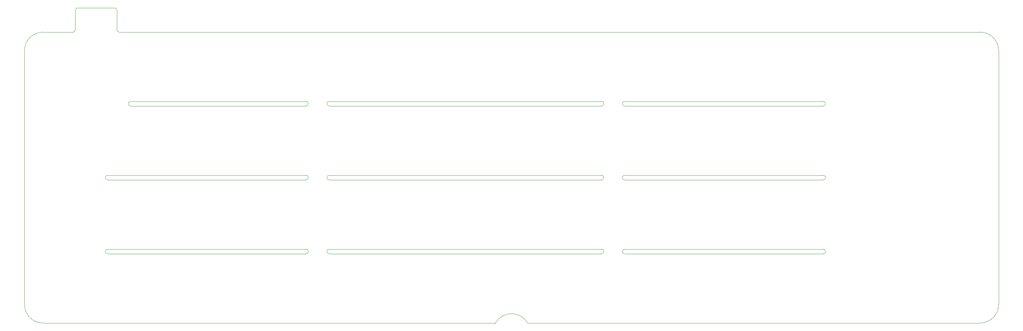
<source format=gm1>
G04 #@! TF.GenerationSoftware,KiCad,Pcbnew,(6.0.5-0)*
G04 #@! TF.CreationDate,2022-06-11T09:38:02-05:00*
G04 #@! TF.ProjectId,pcb,7063622e-6b69-4636-9164-5f7063625858,rev?*
G04 #@! TF.SameCoordinates,Original*
G04 #@! TF.FileFunction,Profile,NP*
%FSLAX46Y46*%
G04 Gerber Fmt 4.6, Leading zero omitted, Abs format (unit mm)*
G04 Created by KiCad (PCBNEW (6.0.5-0)) date 2022-06-11 09:38:02*
%MOMM*%
%LPD*%
G01*
G04 APERTURE LIST*
G04 #@! TA.AperFunction,Profile*
%ADD10C,0.050000*%
G04 #@! TD*
G04 APERTURE END LIST*
D10*
X105344913Y-62123571D02*
G75*
G03*
X105344913Y-63314229I39J-595329D01*
G01*
X105344913Y-62123603D02*
X150588667Y-62123645D01*
X105344913Y-63314229D02*
X150588667Y-63314271D01*
X150588667Y-63314355D02*
G75*
G03*
X150588667Y-62123645I33J595355D01*
G01*
X156541846Y-62123687D02*
G75*
G03*
X156541846Y-63314313I-46J-595313D01*
G01*
X156541846Y-62123687D02*
X226788731Y-62123603D01*
X226788731Y-63314229D02*
X156541846Y-63314313D01*
X226788731Y-63314197D02*
G75*
G03*
X226788731Y-62123603I69J595297D01*
G01*
X232741959Y-62123687D02*
X283938722Y-62123645D01*
X283938722Y-63314271D02*
X232741959Y-63314313D01*
X283938722Y-63314355D02*
G75*
G03*
X283938722Y-62123645I72J595355D01*
G01*
X232741959Y-62123687D02*
G75*
G03*
X232741959Y-63314313I-59J-595313D01*
G01*
X283938795Y-82364165D02*
G75*
G03*
X283938795Y-81173635I5J595265D01*
G01*
X232741910Y-81173671D02*
G75*
G03*
X232741910Y-82364329I-10J-595329D01*
G01*
X283938795Y-82364261D02*
X232741910Y-82364329D01*
X232741910Y-81173703D02*
X283938795Y-81173635D01*
X226788731Y-82364339D02*
G75*
G03*
X226788731Y-81173661I69J595339D01*
G01*
X156541895Y-81173713D02*
G75*
G03*
X156541895Y-82364287I-95J-595287D01*
G01*
X226788731Y-82364287D02*
X156541895Y-82364287D01*
X156541895Y-81173661D02*
X226788731Y-81173661D01*
X226788731Y-100223677D02*
X156541895Y-100223677D01*
X156541895Y-100223697D02*
G75*
G03*
X156541895Y-101414303I-95J-595303D01*
G01*
X156541895Y-101414303D02*
X226788731Y-101414303D01*
X226788731Y-101414323D02*
G75*
G03*
X226788731Y-100223677I69J595323D01*
G01*
X232741959Y-100223719D02*
X283938847Y-100223677D01*
X232741959Y-100223655D02*
G75*
G03*
X232741959Y-101414345I-59J-595345D01*
G01*
X283938847Y-101414303D02*
X232741959Y-101414345D01*
X283938847Y-101414323D02*
G75*
G03*
X283938847Y-100223677I-21J595323D01*
G01*
X150588667Y-101414165D02*
G75*
G03*
X150588667Y-100223635I33J595265D01*
G01*
X150588667Y-100223635D02*
X99391794Y-100223677D01*
X99391794Y-101414303D02*
X150588667Y-101414261D01*
X99391794Y-100223697D02*
G75*
G03*
X99391794Y-101414303I2J-595303D01*
G01*
X150588667Y-81173661D02*
X99391798Y-81173661D01*
X99391798Y-82364287D02*
X150588667Y-82364287D01*
X150588667Y-82364339D02*
G75*
G03*
X150588667Y-81173661I33J595339D01*
G01*
X99391798Y-81173713D02*
G75*
G03*
X99391798Y-82364287I2J-595287D01*
G01*
X91057416Y-43668942D02*
X91057416Y-38608805D01*
X329182645Y-49026759D02*
G75*
G03*
X324420112Y-44264255I-4762545J-41D01*
G01*
X324420112Y-119273716D02*
G75*
G03*
X329182616Y-114511189I-12J4762516D01*
G01*
X199404383Y-119273693D02*
X82723034Y-119273693D01*
X82723034Y-44264260D02*
G75*
G03*
X77960530Y-49026759I-4J-4762500D01*
G01*
X329182616Y-49026759D02*
X329182616Y-114511189D01*
X77960507Y-114511189D02*
G75*
G03*
X82723034Y-119273693I4762493J-11D01*
G01*
X207738763Y-119273693D02*
X324420112Y-119273693D01*
X101773130Y-43668958D02*
G75*
G03*
X102368363Y-44264270I595270J-42D01*
G01*
X324420112Y-44264255D02*
X102368363Y-44264270D01*
X91652729Y-38013494D02*
X101177738Y-38013494D01*
X207738763Y-119273693D02*
G75*
G03*
X199404383Y-119273693I-4167190J-2381252D01*
G01*
X77960530Y-114511189D02*
X77960530Y-49026759D01*
X101773050Y-38608806D02*
X101773050Y-43668958D01*
X101773006Y-38608806D02*
G75*
G03*
X101177738Y-38013494I-595306J6D01*
G01*
X91652728Y-38013516D02*
G75*
G03*
X91057416Y-38608806I-28J-595284D01*
G01*
X90462104Y-44264216D02*
G75*
G03*
X91057416Y-43668943I-4J595316D01*
G01*
X82723034Y-44264255D02*
X90462104Y-44264255D01*
M02*

</source>
